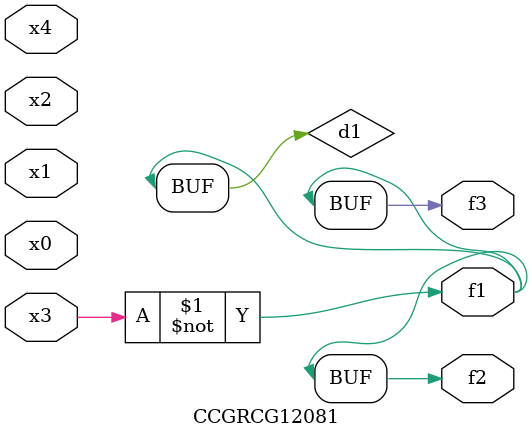
<source format=v>
module CCGRCG12081(
	input x0, x1, x2, x3, x4,
	output f1, f2, f3
);

	wire d1, d2;

	xnor (d1, x3);
	not (d2, x1);
	assign f1 = d1;
	assign f2 = d1;
	assign f3 = d1;
endmodule

</source>
